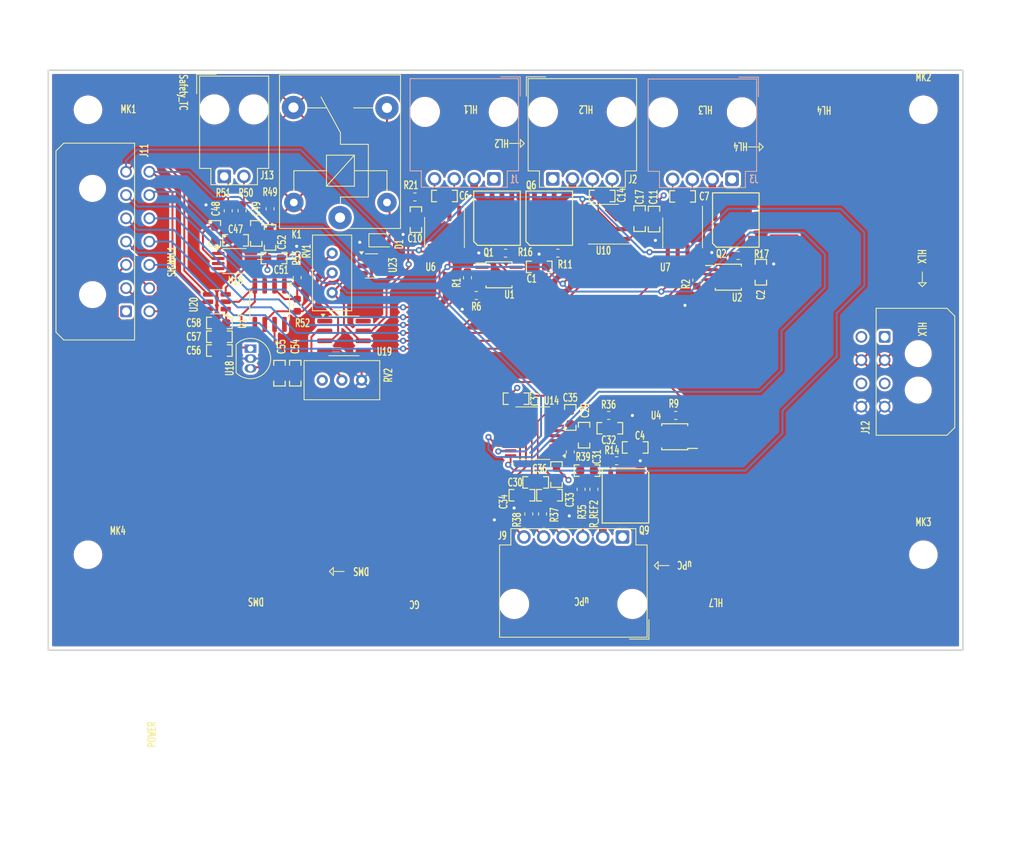
<source format=kicad_pcb>
(kicad_pcb (version 20241229) (generator "pcbnew") (generator_version "9.0")
  (layers (0 "F.Cu" jumper) (4 "In1.Cu" signal) (6 "In2.Cu" signal) (2 "B.Cu" signal) (13 "F.Paste" user) (15 "B.Paste" user) (5 "F.SilkS" user "F.Silkscreen") (7 "B.SilkS" user "B.Silkscreen") (1 "F.Mask" user) (3 "B.Mask" user) (25 "Edge.Cuts" user))
  (net 0 "")
  (net 1 "+12V")
  (net 2 "GNDREF")
  (net 3 "/TC1-")
  (net 4 "/TC1+")
  (net 5 "/TC3-")
  (net 6 "/TC3+")
  (net 7 "+3.3V")
  (net 8 "/TC2-")
  (net 9 "/TC2+")
  (net 10 "/RTD Readout/uPC_Ref_P")
  (net 11 "/RTD Readout/uPC_Ref_N")
  (net 12 "/RTD Readout/uPC_RTD_N")
  (net 13 "/RTD Readout/uPC_RTD_P")
  (net 14 "Net-(D1-A)")
  (net 15 "/MOSFET_HL1")
  (net 16 "/SAFETY_12V")
  (net 17 "/MOSFET_HL2")
  (net 18 "/MOSFET_HL3")
  (net 19 "+24V")
  (net 20 "/uPC_RTD-")
  (net 21 "/uPC_RTD--")
  (net 22 "/MOSFET_uPC")
  (net 23 "/uPC_RTD+")
  (net 24 "/uPC_RTD++")
  (net 25 "/HL1_PWM_IN")
  (net 26 "/HL2_PWM_IN")
  (net 27 "/HL3_PWM_IN")
  (net 28 "/HL3_CS")
  (net 29 "/SAFETY_CS")
  (net 30 "/HL2_CS")
  (net 31 "/HL1_CS")
  (net 32 "/Safet Cutoff/TC_SAFETY+")
  (net 33 "/Safet Cutoff/TC_SAFETY-")
  (net 34 "/uPC_PWM_IN")
  (net 35 "/MOSI_1")
  (net 36 "/MISO_1")
  (net 37 "/SCK_1")
  (net 38 "/uPC_RTD_DRDY")
  (net 39 "/uPC_RTD_CS")
  (net 40 "Net-(Q1-G)")
  (net 41 "Net-(Q2-G)")
  (net 42 "Net-(U1-OUT_B)")
  (net 43 "Net-(U1-OUT_A)")
  (net 44 "Net-(U2-OUT_A)")
  (net 45 "/Safet Cutoff/V_CUTOFF")
  (net 51 "Net-(K1-Pad3)")
  (net 56 "Net-(U23-G1)")
  (net 57 "Net-(Q9-G)")
  (net 64 "Net-(U16-SENSE)")
  (net 68 "Net-(U19-+)")
  (net 69 "Net-(U17--)")
  (net 70 "Net-(U14-N_Reset)")
  (net 71 "Net-(Q6-G)")
  (net 73 "Net-(U18-VO)")
  (net 74 "Net-(U16-+IN)")
  (net 75 "Net-(U16--IN)")
  (net 76 "Net-(U4-OUT_B)")
  (net 77 "Net-(U14-VREFOUT)")
  (net 80 "Net-(R52-Pad1)")
  (footprint "NYSEARCH:R_0603_1608Metric" (layer "F.Cu") (at 173.926638 72.809073)
    (property "Reference" "R17")
    (property "Value" "100")
  )
  (footprint "NYSEARCH:C_0603_1608Metric_HandSolder" (layer "F.Cu") (at 150.5114 101.052 -90)
    (property "Reference" "C36")
    (property "Value" "100n")
  )
  (footprint "NYSEARCH:R_0603_1608Metric" (layer "F.Cu") (at 150.685638 72.504323 180)
    (property "Reference" "R11")
    (property "Value" "100")
  )
  (footprint "NYSEARCH:R_0603_1608Metric" (layer "F.Cu") (at 132.270638 65.265323)
    (property "Reference" "R21")
    (property "Value" "10k")
  )
  (footprint "NYSEARCH:R_0603_1608Metric" (layer "F.Cu") (at 117.103638 75.662323 90)
    (property "Reference" "R53")
    (property "Value" "1k")
  )
  (footprint "NYSEARCH:R_0603_1608Metric" (layer "F.Cu") (at 158.2584 99.274)
    (property "Reference" "R14")
    (property "Value" "100")
  )
  (footprint "NYSEARCH:C_0603_1608Metric_HandSolder" (layer "F.Cu") (at 152.2894 93.686 -90)
    (property "Reference" "C35")
    (property "Value" "1u")
  )
  (footprint "NYSEARCH:C_0603_1608Metric_HandSolder" (layer "F.Cu") (at 148.2852 74.2696)
    (property "Reference" "C1")
    (property "Value" "1u")
  )
  (footprint "NYSEARCH:R_0603_1608Metric" (layer "F.Cu") (at 113.601638 66.789323 90)
    (property "Reference" "R49")
    (property "Value" "1M")
  )
  (footprint "Package_SO:SOIC-8_3.9x4.9mm_P1.27mm" (layer "F.Cu") (at 123.126638 83.172323)
    (property "Reference" "U19")
    (property "Value" "LMC6081")
  )
  (footprint "Package_TO_SOT_THT:TO-92_Inline" (layer "F.Cu") (at 111.082638 84.823323 -90)
    (property "Reference" "U18")
    (property "Value" "LP2950-3.3_TO92")
  )
  (footprint "NYSEARCH:PowerDI5060-8" (layer "F.Cu") (at 159.4014 103.803 180)
    (property "Reference" "Q9")
    (property "Value" "DMT6004LPS")
  )
  (footprint "NYSEARCH:C_0603_1608Metric_HandSolder" (layer "F.Cu") (at 156.400638 65.138323)
    (property "Reference" "C14")
    (property "Value" "10n")
  )
  (footprint "NYSEARCH:SO-8_Maxim" (layer "F.Cu") (at 166.763888 69.888073 -90)
    (property "Reference" "U7")
    (property "Value" "MAX31855")
  )
  (footprint "NYSEARCH:R_0603_1608Metric" (layer "F.Cu") (at 139.042638 75.679323 -90)
    (property "Reference" "R1")
    (property "Value" "4.7k")
  )
  (footprint "Diode_SMD:D_SOD-323" (layer "F.Cu") (at 127.952638 70.853323)
    (property "Reference" "D1")
    (property "Value" "BAT48JFILM")
  )
  (footprint "NYSEARCH:C_0603_1608Metric_HandSolder" (layer "F.Cu") (at 154.4484 100.544 180)
    (property "Reference" "C31")
    (property "Value" "10n")
  )
  (footprint "NYSEARCH:MSOP-8_3x3mm_P0.65mm_TI" (layer "F.Cu") (at 172.656638 75.603073)
    (property "Reference" "U2")
    (property "Value" "TC4427")
  )
  (footprint "NYSEARCH:Molex_SL_171975-0006_1x06_P2.54mm_Horizontal" (layer "F.Cu") (at 159.0204 109.099 180)
    (property "Reference" "J9")
    (property "Value" "uPC_RTD")
  )
  (footprint "NYSEARCH:C_0603_1608Metric_HandSolder" (layer "F.Cu") (at 163.080888 68.110073 -90)
    (property "Reference" "C11")
    (property "Value" "100n")
  )
  (footprint "NYSEARCH:PowerDI5060-8" (layer "F.Cu") (at 173.621888 68.234073)
    (property "Reference" "Q2")
    (property "Value" "DMT6004LPS")
  )
  (footprint "MountingHole:MountingHole_3.2mm_M3" (layer "F.Cu") (at 90.1408 111.387)
    (property "Reference" "MK4")
    (property "Value" "Mounting_Hole")
  )
  (footprint "NYSEARCH:SO-8_Maxim" (layer "F.Cu") (at 156.5656 68.771323 180)
    (property "Reference" "U10")
    (property "Value" "MAX31855")
  )
  (footprint "NYSEARCH:C_0603_1608Metric_HandSolder" (layer "F.Cu") (at 116.849638 87.981323 -90)
    (property "Reference" "C54")
    (property "Value" "10u")
  )
  (footprint "NYSEARCH:R_0603_1608Metric" (layer "F.Cu") (at 168.592638 75.984073 -90)
    (property "Reference" "R2")
    (property "Value" "4.7k")
  )
  (footprint "NYSEARCH:C_0603_1608Metric_HandSolder" (layer "F.Cu") (at 160.658562 97.559477 180)
    (property "Reference" "C4")
    (property "Value" "1u")
  )
  (footprint "NYSEARCH:C_0603_1608Metric_HandSolder" (layer "F.Cu") (at 111.823638 69.964323 90)
    (property "Reference" "C49")
    (property "Value" "10u")
  )
  (footprint "NYSEARCH:MSOP-8_3x3mm_P0.65mm_TI" (layer "F.Cu") (at 143.106638 75.298323)
    (property "Reference" "U1")
    (property "Value" "TC4427")
  )
  (footprint "Package_TO_SOT_SMD:SOT-23-6" (layer "F.Cu") (at 126.682638 74.155323)
    (property "Reference" "U23")
    (property "Value" "NUD3124")
  )
  (footprint "MountingHole:MountingHole_3.2mm_M3" (layer "F.Cu") (at 197.7936 54.022)
    (property "Reference" "MK2")
    (property "Value" "Mounting_Hole")
  )
  (footprint "NYSEARCH:R_0603_1608Metric" (layer "F.Cu") (at 117.103638 79.218323 90)
    (property "Reference" "R52")
    (property "Value" "9k")
  )
  (footprint "NYSEARCH:C_0603_1608Metric_HandSolder" (layer "F.Cu") (at 136.080638 65.138323 180)
    (property "Reference" "C6")
    (property "Value" "10n")
  )
  (footprint "NYSEARCH:PowerDI5060-8" (layer "F.Cu") (at 149.579638 68.000323)
    (property "Reference" "Q6")
    (property "Value" "DMT6004LPS")
  )
  (footprint "NYSEARCH:MSOP-8_3x3mm_P0.65mm_TI" (layer "F.Cu") (at 165.7514 96.18 180)
    (property "Reference" "U4")
    (property "Value" "TC4427")
  )
  (footprint "NYSEARCH:C_0603_1608Metric_HandSolder" (layer "F.Cu") (at 146.0524 103.719)
    (property "Reference" "C34")
    (property "Value" "10n")
  )
  (footprint "NYSEARCH:R_0603_1608Metric" (layer "F.Cu") (at 109.991638 67.026323 90)
    (property "Reference" "R50")
    (property "Value" "100")
  )
  (footprint "Connector_Molex:Molex_Micro-Fit_3.0_43045-1400_2x07_P3.00mm_Horizontal" (layer "F.Cu") (at 95.0468 80.0128 90)
    (property "Reference" "J11")
    (property "Value" "SIGNAL1")
  )
  (footprint "Potentiometer_THT:Potentiometer_Bourns_3296W_Vertical" (layer "F.Cu") (at 121.602638 77.594323 -90)
    (property "Reference" "RV1")
    (property "Value" "10k")
  )
  (footprint "NYSEARCH:PowerDI5060-8" (layer "F.Cu") (at 142.848638 68.000323)
    (property "Reference" "Q1")
    (property "Value" "DMT6004LPS")
  )
  (footprint "NYSEARCH:R_0603_1608Metric" (layer "F.Cu") (at 146.9414 106.132 -90)
    (property "Reference" "R38")
    (property "Value" "10.5k")
  )
  (footprint "NYSEARCH:Molex_SL_171975-0004_1x04_P2.54mm_Horizontal" (layer "F.Cu") (at 150.033638 62.933323)
    (property "Reference" "J2")
    (property "Value" "HL2")
  )
  (footprint "NYSEARCH:C_0603_1608Metric_HandSolder" (layer "F.Cu") (at 114.817638 87.981323 -90)
    (property "Reference" "C55")
    (property "Value" "10u")
  )
  (footprint "Package_SO:TSSOP-20_4.4x6.5mm_P0.65mm" (layer "F.Cu") (at 147.4634 95.718 180)
    (property "Reference" "U14")
    (property "Value" "ADS1247")
  )
  (footprint "Package_SO:SOIC-8_3.9x4.9mm_P1.27mm" (layer "F.Cu") (at 113.547638 79.218323 -90)
    (property "Reference" "U17")
    (property "Value" "LMC6081")
  )
  (footprint "NYSEARCH:C_0603_1608Metric_HandSolder" (layer "F.Cu") (at 132.397638 68.186323 90)
    (property "Reference" "C10")
    (property "Value" "100n")
  )
  (footprint "MountingHole:MountingHole_3.2mm_M3" (layer "F.Cu") (at 197.7936 111.387)
    (property "Reference" "MK3")
    (property "Value" "Mounting_Hole")
  )
  (footprint "NYSEARCH:R_0603_1608Metric" (layer "F.Cu") (at 165.8784 93.432 180)
    (property "Reference" "R9")
    (property "Value" "4.7k")
  )
  (footprint "NYSEARCH:Molex_SL_171975-0002_1x02_P2.54mm_Horizontal" (layer "F.Cu") (at 107.695638 62.609323)
    (property "Reference" "J13")
    (property "Value" "TC_SAFETY")
  )
  (footprint "NYSEARCH:C_0603_1608Metric_HandSolder" (layer "F.Cu") (at 145.3044 91.273)
    (property "Reference" "C37")
    (property "Value" "100n")
  )
  (footprint "NYSEARCH:C_0603_1608Metric_HandSolder" (layer "F.Cu") (at 176.847638 74.968073 90)
    (property "Reference" "C2")
    (property "Value" "1u")
  )
  (footprint "NYSEARCH:R_0603_1608Metric" (layer "F.Cu") (at 157.2424 93.432)
    (property "Reference" "R36")
    (property "Value" "9.53k")
  )
  (footprint "Connector_Molex:Molex_Micro-Fit_3.0_43045-0800_2x04_P3.00mm_Horizontal" (layer "F.Cu") (at 192.804 83.3 -90)
    (property "Reference" "J12")
    (property "Value" "POWER")
  )
  (footprint "Package_SO:MSOP-8_3x3mm_P0.65mm" (layer "F.Cu") (at 109.029638 73.520323)
    (property "Reference" "U16")
    (property "Value" "AD8497")
  )
  (footprint "NYSEARCH:SO-8_Maxim" (layer "F.Cu") (at 136.080638 69.837323 -90)
    (property "Reference" "U6")
    (property "Value" "MAX31855")
  )
  (footprint "Potentiometer_THT:Potentiometer_Bourns_3296W_Vertical" (layer "F.Cu") (at 120.322638 88.887323 180)
    (property "Reference" "RV2")
    (property "Value" "10k")
  )
  (footprint "NYSEARCH:C_0603_1608Metric_HandSolder" (layer "F.Cu") (at 161.226638 68.059323 -90)
    (property "Reference" "C17")
    (property "Value" "100n")
  )
  (footprint "NYSEARCH:C_0603_1608Metric_HandSolder" (layer "F.Cu") (at 106.489638 69.964323 -90)
    (property "Reference" "C48")
    (property "Value" "10u")
  )
  (footprint "MountingHole:MountingHole_3.2mm_M3" (layer "F.Cu") (at 90.1408 54.022)
    (property "Reference" "MK1")
    (property "Value" "Mounting_Hole")
  )
  (footprint "NYSEARCH:R_0603_1608Metric" (layer "F.Cu") (at 155.3374 102.957 90)
    (property "Reference" "R_REF2")
    (property "Value" "2k")
  )
  (footprint "Relay_THT:Relay_SPDT_SANYOU_SRD_Series_Form_C" (layer "F.Cu") (at 122.618638 67.923323 90)
    (property "Reference" "K1")
    (property "Value" "J107F1CS1212VDC.36")
  )
  (footprint "NYSEARCH:C_0603_1608Metric_HandSolder" (layer "F.Cu") (at 113.601638 70.472323 -90)
    (property "Reference" "C52")
    (property "Value" "10u")
  )
  (footprint "NYSEARCH:C_0603_1608Metric_HandSolder" (layer "F.Cu") (at 154.0674 95.972 90)
    (property "Reference" "C29")
    (property "Value" "100n")
  )
  (footprint "NYSEARCH:C_0603_1608Metric_HandSolder" (layer "F.Cu") (at 107.070638 85.060323)
    (property "Reference" "C56")
    (property "Value" "0.1u")
  )
  (footprint "NYSEARCH:C_0603_1608Metric_HandSolder" (layer "F.Cu") (at 149.6084 103.719 180)
    (property "Reference" "C33")
    (property "Value" "10n")
  )
  (footprint "Package_TO_SOT_SMD:SOT-23-6" (layer "F.Cu") (at 106.749138 78.771323 180)
    (property "Reference" "U20")
    (property "Value" "ADC121S021")
  )
  (footprint "NYSEARCH:C_0603_1608Metric_HandSolder" (layer "F.Cu") (at 166.763888 65.189073 180)
    (property "Reference" "C7")
    (property "Value" "10n")
  )
  (footprint "NYSEARCH:C_0603_1608Metric_HandSolder" (layer "F.Cu") (at 114.109638 73.139323 180)
    (property "Reference" "C51")
    (property "Value" "0.1u")
  )
  (footprint "NYSEARCH:C_0603_1608Metric_HandSolder" (layer "F.Cu") (at 147.8304 102.068 180)
    (property "Reference" "C30")
    (property "Value" "100n")
  )
  (footprint "NYSEARCH:R_0603_1608Metric" (layer "F.Cu") (at 148.7194 106.132 -90)
    (property "Reference" "R37")
    (property "Value" "10.5k")
  )
  (footprint "NYSEARCH:C_0603_1608Metric_HandSolder" (layer "F.Cu") (at 107.070638 81.504323)
    (property "Reference" "C58")
    (property "Value" "0.1u")
  )
  (footprint "NYSEARCH:C_0603_1608Metric_HandSolder" (layer "F.Cu") (at 109.156638 70.853323)
    (property "Reference" "C47")
    (property "Value" "10u")
  )
  (footprint "NYSEARCH:R_0603_1608Metric" (layer "F.Cu") (at 140.185638 77.965323 180)
    (property "Reference" "R6")
    (property "Value" "4.7k")
  )
  (footprint "NYSEARCH:C_0603_1608Metric_HandSolder" (layer "F.Cu") (at 157.3834 95.083)
    (property "Reference" "C32")
    (property "Value" "10n")
  )
  (footprint "NYSEARCH:C_0603_1608Metric_HandSolder" (layer "F.Cu") (at 107.070638 83.282323)
    (property "Reference" "C57")
    (property "Value" "0.1u")
  )
  (footprint "NYSEARCH:R_0603_1608Metric" (layer "F.Cu") (at 152.2894 98.131 90)
    (property "Reference" "R39")
    (property "Value" "10k")
  )
  (footprint "NYSEARCH:R_0603_1608Metric" (layer "F.Cu") (at 153.6864 102.957 -90)
    (property "Reference" "R35")
    (property "Value" "9.53k")
  )
  (footprint "NYSEARCH:R_0603_1608Metric" (layer "F.Cu") (at 108.213638 67.043323 -90)
    (property "Reference" "R51")
    (property "Value" "100")
  )
  (footprint "NYSEARCH:R_0603_1608Metric" (layer "F.Cu") (at 143.954638 72.504323)
    (property "Reference" "R16")
    (property "Value" "100")
  )
  (footprint "NYSEARCH:Molex_SL_171975-0004_1x04_P2.54mm_Horizontal" (layer "B.Cu") (at 173.130888 62.984073 180)
    (property "Reference" "J3")
    (property "Value" "HL3")
  )
  (footprint "NYSEARCH:Molex_SL_171975-0004_1x04_P2.54mm_Horizontal" (layer "B.Cu") (at 142.447638 62.933323 180)
    (property "Reference" "J1")
    (property "Value" "HL1")
  )
  (gr_line (start 146.367638 58.356523) (end 145.859638 58.864523) (stroke (width 0.12)) (layer "F.SilkS"))
  (gr_line (start 145.859638 58.864523) (end 145.859638 57.848523) (stroke (width 0.12)) (layer "F.SilkS"))
  (gr_line (start 121.7586 113.0408) (end 121.7586 114.0568) (stroke (width 0.12)) (layer "F.SilkS"))
  (gr_line (start 197.142238 76.314323) (end 198.158238 76.314323) (stroke (width 0.12)) (layer "F.SilkS"))
  (gr_line (start 197.650238 76.822323) (end 197.142238 76.314323) (stroke (width 0.12)) (layer "F.SilkS"))
  (gr_line (start 163.7448 112.7868) (end 165.0148 112.7868) (stroke (width 0.12)) (layer "F.SilkS"))
  (gr_line (start 197.650238 76.822323) (end 198.158238 76.314323) (stroke (width 0.12)) (layer "F.SilkS"))
  (gr_line (start 146.367638 58.356523) (end 145.859638 57.848523) (stroke (width 0.12)) (layer "F.SilkS"))
  (gr_line (start 121.2506 113.5488) (end 121.7586 113.0408) (stroke (width 0.12)) (layer "F.SilkS"))
  (gr_line (start 163.1098 112.7868) (end 163.6178 113.2948) (stroke (width 0.12)) (layer "F.SilkS"))
  (gr_line (start 145.732638 58.356523) (end 144.462638 58.356523) (stroke (width 0.12)) (layer "F.SilkS"))
  (gr_line (start 163.1098 112.7868) (end 163.6178 112.2788) (stroke (width 0.12)) (layer "F.SilkS"))
  (gr_line (start 163.6178 112.2788) (end 163.6178 113.2948) (stroke (width 0.12)) (layer "F.SilkS"))
  (gr_line (start 177.152438 58.813723) (end 176.644438 58.305723) (stroke (width 0.12)) (layer "F.SilkS"))
  (gr_line (start 176.517438 58.813723) (end 175.247438 58.813723) (stroke (width 0.12)) (layer "F.SilkS"))
  (gr_line (start 121.8856 113.5488) (end 123.1556 113.5488) (stroke (width 0.12)) (layer "F.SilkS"))
  (gr_line (start 176.644438 59.321723) (end 176.644438 58.305723) (stroke (width 0.12)) (layer "F.SilkS"))
  (gr_line (start 177.152438 58.813723) (end 176.644438 59.321723) (stroke (width 0.12)) (layer "F.SilkS"))
  (gr_line (start 197.650238 76.187323) (end 197.650238 74.917323) (stroke (width 0.12)) (layer "F.SilkS"))
  (gr_line (start 121.2506 113.5488) (end 121.7586 114.0568) (stroke (width 0.12)) (layer "F.SilkS"))
  (gr_rect (start 85.026638 48.915323) (end 202.882638 123.695322) (stroke (width 0.2)) (fill no) (layer "Edge.Cuts"))
  (gr_text "uPC" (at 154.804 116.8 180) (layer "F.SilkS") (effects (font (size 1 0.65) (thickness 0.153) (bold yes)) (justify left bottom)))
  (gr_text "HL4" (at 175.247438 58.153323 180) (layer "F.SilkS") (effects (font (size 1 0.65) (thickness 0.153) (bold yes)) (justify left bottom)))
  (gr_text "HLX" (at 196.989838 71.920123 -90) (layer "F.SilkS") (effects (font (size 1 0.65) (thickness 0.153) (bold yes)) (justify left bottom)))
  (gr_text "uPC" (at 168.0628 112.1264 180) (layer "F.SilkS") (effects (font (size 1 0.65) (thickness 0.153) (bold yes)) (justify left bottom)))
  (gr_text "POWER" (at 98.945838 136.334523 90) (layer "F.SilkS") (effects (font (size 1 0.65) (thickness 0.153) (bold yes)) (justify left bottom)))
  (gr_text "HL1" (at 140.449438 53.378123 180) (layer "F.SilkS") (effects (font (size 1 0.65) (thickness 0.153) (bold yes)) (justify left bottom)))
  (gr_text "HL2\n" (at 144.462638 57.746923 180) (layer "F.SilkS") (effects (font (size 1 0.65) (thickness 0.153) (bold yes)) (justify left bottom)))
  (gr_text "HL3" (at 170.726238 53.428923 180) (layer "F.SilkS") (effects (font (size 1 0.65) (thickness 0.153) (bold yes)) (justify left bottom)))
  (gr_text "HL4" (at 186.017038 53.479723 180) (layer "F.SilkS") (effects (font (size 1 0.65) (thickness 0.153) (bold yes)) (justify left bottom)))
  (gr_text "GC" (at 132.96 117.2064 180) (layer "F.SilkS") (effects (font (size 1 0.65) (thickness 0.153) (bold yes)) (justify left bottom)))
  (gr_text "SIGNAL1" (at 101.536638 75.679323 90) (layer "F.SilkS") (effects (font (size 1 0.65) (thickness 0.153) (bold yes)) (justify left bottom)))
  (gr_text "Safety_TC" (at 101.841438 49.364923 -90) (layer "F.SilkS") (effects (font (size 1 0.65) (thickness 0.153) (bold yes)) (justify left bottom)))
  (gr_text "DMS" (at 126.4576 112.9392 180) (layer "F.SilkS") (effects (font (size 1 0.65) (thickness 0.153) (bold yes)) (justify left bottom)))
  (gr_text "HLX" (at 197.040638 81.3 -90) (layer "F.SilkS") (effects (font (size 1 0.65) (thickness 0.153) (bold yes)) (justify left bottom)))
  (gr_text "HL7" (at 172.076 116.9524 180) (layer "F.SilkS") (effects (font (size 1 0.65) (thickness 0.153) (bold yes)) (justify left bottom)))
  (gr_text "HL2\n" (at 155.333838 53.378123 180) (layer "F.SilkS") (effects (font (size 1 0.65) (thickness 0.153) (bold yes)) (justify left bottom)))
  (gr_text "DMS" (at 112.894 116.8508 180) (layer "F.SilkS") (effects (font (size 1 0.65) (thickness 0.153) (bold yes)) (justify left bottom)))
  (segment (start 174.856638 75.928073) (end 176.762638 75.928073) (width 0.25) (layer "F.Cu") (net 1))
  (segment (start 161.533562 97.559477) (end 161.533562 96.782838) (width 0.25) (layer "F.Cu") (net 1))
  (segment (start 162.4614 95.855) (end 163.5514 95.855) (width 0.25) (layer "F.Cu") (net 1))
  (segment (start 147.4102 74.609761) (end 146.396638 75.623323) (width 0.25) (layer "F.Cu") (net 1))
  (segment (start 161.533562 96.782838) (end 162.4614 95.855) (width 0.25) (layer "F.Cu") (net 1))
  (segment (start 146.396638 75.623323) (end 145.306638 75.623323) (width 0.25) (layer "F.Cu") (net 1))
  (segment (start 172.986888 70.904073) (end 171.716888 70.904073) (width 0.25) (layer "F.Cu") (net 2))
  (segment (start 161.226638 69.329323) (end 159.879638 70.676323) (width 0.25) (layer "F.Cu") (net 2))
  (segment (start 110.807638 83.553323) (end 111.737638 83.553323) (width 0.25) (layer "F.Cu") (net 2))
  (segment (start 150.4834 103.719) (end 150.4834 104.707) (width 0.25) (layer "F.Cu") (net 2))
  (segment (start 146.1794 91.273) (end 146.5604 90.892) (width 0.25) (layer "F.Cu") (net 2))
  (segment (start 139.886138 75.623323) (end 139.042638 76.466823) (width 0.25) (layer "F.Cu") (net 2))
  (segment (start 143.483638 70.670323) (end 142.213638 70.670323) (width 0.25) (layer "F.Cu") (net 2))
  (segment (start 165.0909 94.0845) (end 166.8614 95.855) (width 0.25) (layer "F.Cu") (net 2))
  (segment (start 149.1602 73.518885) (end 148.272638 72.631323) (width 0.25) (layer "F.Cu") (net 2))
  (segment (start 140.943638 70.670323) (end 137.985638 67.712323) (width 0.25) (layer "F.Cu") (net 2))
  (segment (start 168.948138 77.127073) (end 168.592638 76.771573) (width 0.25) (layer "F.Cu") (net 2))
  (segment (start 150.3259 94.093) (end 151.2474 94.093) (width 0.25) (layer "F.Cu") (net 2))
  (segment (start 158.2584 95.083) (end 155.3234 98.018) (width 0.25) (layer "F.Cu") (net 2))
  (segment (start 112.712638 85.585323) (end 112.204638 86.093323) (width 0.25) (layer "F.Cu") (net 2))
  (segment (start 106.195638 83.282323) (end 106.195638 85.060323) (width 0.25) (layer "F.Cu") (net 2))
  (segment (start 147.674638 70.670323) (end 147.674638 72.033323) (width 0.25) (layer "F.Cu") (net 2))
  (segment (start 111.737638 83.553323) (end 112.712638 84.528323) (width 0.25) (layer "F.Cu") (net 2))
  (segment (start 104.951638 69.865323) (end 104.951638 71.993364) (width 0.25) (layer "F.Cu") (net 2))
  (segment (start 106.489638 69.089323) (end 106.489638 67.424323) (width 0.25) (layer "F.Cu") (net 2))
  (segment (start 139.398138 77.965323) (end 139.398138 78.711823) (width 0.25) (layer "F.Cu") (net 2))
  (segment (start 170.523038 72.097923) (end 170.523038 72.428123) (width 0.25) (layer "F.Cu") (net 2))
  (segment (start 161.3064 99.274) (end 161.3064 101.133) (width 0.25) (layer "F.Cu") (net 2))
  (segment (start 114.095638 70.091323) (end 115.506638 70.091323) (width 0.25) (layer "F.Cu") (net 2))
  (segment (start 149.1602 74.2696) (end 149.1602 73.518885) (width 0.25) (layer "F.Cu") (net 2))
  (segment (start 120.651638 85.077323) (end 122.618638 85.077323) (width 0.25) (layer "F.Cu") (net 2))
  (segment (start 160.0364 101.133) (end 158.7664 101.133) (width 0.25) (layer "F.Cu") (net 2))
  (segment (start 123.624637 90.665323) (end 118.658638 90.665323) (width 0.25) (layer "F.Cu") (net 2))
  (segment (start 150.5114 101.927) (end 148.8604 100.276) (width 0.25) (layer "F.Cu") (net 2))
  (segment (start 123.64698 90.64298) (end 123.624638 90.665323) (width 0.25) (layer "F.Cu") (net 2))
  (segment (start 148.8604 98.512) (end 149.3794 97.993) (width 0.25) (layer "F.Cu") (net 2))
  (segment (start 132.397638 67.311323) (end 130.746638 68.962323) (width 0.25) (layer "F.Cu") (net 2))
  (segment (start 166.8614 95.855) (end 167.9514 95.855) (width 0.25) (layer "F.Cu") (net 2))
  (segment (start 142.6628 106.7416) (end 142.5104 106.894) (width 0.25) (layer "F.Cu") (net 2))
  (segment (start 112.204638 86.093323) (end 111.082638 86.093323) (width 0.25) (layer "F.Cu") (net 2))
  (segment (start 139.398138 78.711823) (end 138.366638 79.743323) (width 0.25) (layer "F.Cu") (net 2))
  (segment (start 125.545138 71.493823) (end 125.158638 71.107323) (width 0.25) (layer "F.Cu") (net 2))
  (segment (start 163.080888 68.985073) (end 163.080888 70.675573) (width 0.25) (layer "F.Cu") (net 2))
  (segment (start 140.943638 72.035523) (end 140.943638 70.670323) (width 0.25) (layer "F.Cu") (net 2))
  (segment (start 115.506638 73.139323) (end 117.030638 71.615323) (width 0.25) (layer "F.Cu") (net 2))
  (segment (start 174.256888 70.904073) (end 172.986888 70.904073) (width 0.25) (layer "F.Cu") (net 2))
  (segment (start 125.545138 73.205323) (end 125.545138 71.493823) (width 0.25) (layer "F.Cu") (net 2))
  (segment (start 104.951638 71.993364) (end 106.153597 73.195323) (width 0.25) (layer "F.Cu") (net 2))
  (segment (start 113.601638 69.597323) (end 114.095638 70.091323) (width 0.25) (layer "F.Cu") (net 2))
  (segment (start 106.153597 73.195323) (end 106.917138 73.195323) (width 0.25) (layer "F.Cu") (net 2))
  (segment (start 125.402638 88.887323) (end 123.64698 90.64298) (width 0.25) (layer "F.Cu") (net 2))
  (segment (start 107.228638 86.093323) (end 106.195638 85.060323) (width 0.25) (layer "F.Cu") (net 2))
  (segment (start 106.917138 73.195323) (end 106.917138 73.845323) (width 0.25) (layer "F.Cu") (net 2))
  (segment (start 106.489638 67.424323) (end 105.346638 66.281323) (width 0.25) (layer "F.Cu") (net 2))
  (segment (start 168.033888 78.270073) (end 167.068638 79.235323) (width 0.25) (layer "F.Cu") (net 2))
  (segment (start 140.906638 75.623323) (end 139.886138 75.623323) (width 0.25) (layer "F.Cu") (net 2))
  (segment (start 168.948138 78.270073) (end 168.948138 77.127073) (width 0.25) (layer "F.Cu") (net 2))
  (segment (start 140.500238 72.478923) (end 140.943638 72.035523) (width 0.25) (layer "F.Cu") (net 2))
  (segment (start 145.8124 99.782) (end 142.8038 102.7906) (width 0.25) (layer "F.Cu") (net 2))
  (segment (start 147.674638 72.033323) (end 148.272638 72.631323) (width 0.25) (layer "F.Cu") (net 2))
  (segment (start 118.658638 90.665323) (end 116.849638 88.856323) (width 0.25) (layer "F.Cu") (net 2))
  (segment (start 171.716888 70.904073) (end 170.523038 72.097923) (width 0.25) (layer "F.Cu") (net 2))
  (segment (start 117.103638 71.688323) (end 117.030638 71.615323) (width 0.25) (layer "F.Cu") (net 2))
  (segment (start 170.456638 75.928073) (end 169.436138 75.928073) (width 0.25) (layer "F.Cu") (net 2))
  (segment (start 105.727638 69.089323) (end 104.951638 69.865323) (width 0.25) (layer "F.Cu") (net 2))
  (segment (start 111.642638 76.743323) (end 111.642638 78.781323) (width 0.25) (layer "F.Cu") (net 2))
  (segment (start 159.783562 97.751162) (end 161.3064 99.274) (width 0.25) (layer "F.Cu") (net 2))
  (segment (start 163.258638 70.853323) (end 165.605641 70.853323) (width 0.25) (layer "F.Cu") (net 2))
  (segment (start 106.195638 81.504323) (end 106.195638 83.282323) (width 0.25) (layer "F.Cu") (net 2))
  (segment (start 165.0909 93.432) (end 165.0909 94.0845) (width 0.25) (layer "F.Cu") (net 2))
  (segment (start 111.642638 78.781323) (end 109.918638 80.505323) (width 0.25) (layer "F.Cu") (net 2))
  (segment (start 152.2894 92.811) (end 152.9384 92.162) (width 0.25) (layer "F.Cu") (net 2))
  (segment (start 139.042638 77.609823) (end 139.398138 77.965323) (width 0.25) (layer "F.Cu") (net 2))
  (segment (start 123.64698 90.64298) (end 123.624637 90.665323) (width 0.25) (layer "F.Cu") (net 2))
  (segment (start 122.618638 85.077323) (end 125.402638 87.861323) (width 0.25) (layer "F.Cu") (net 2))
  (segment (start 142.8038 102.7906) (end 142.6628 102.7906) (width 0.25) (layer "F.Cu") (net 2))
  (segment (start 111.642638 76.743323) (end 109.614638 78.771323) (width 0.25) (layer "F.Cu") (net 2))
  (segment (start 113.601638 69.597323) (end 112.331638 69.597323) (width 0.25) (layer "F.Cu") (net 2))
  (segment (start 133.058138 66.650823) (end 132.397638 67.311323) (width 0.25) (layer "F.Cu") (net 2))
  (segment (start 150.3259 97.343) (end 150.3259 97.993) (width 0.25) (layer "F.Cu") (net 2))
  (segment (start 109.918638 82.664323) (end 110.807638 83.553323) (width 0.25) (layer "F.Cu") (net 2))
  (segment (start 165.0909 93.432) (end 160.2904 93.432) (width 0.25) (layer "F.Cu") (net 2))
  (segment (start 158.0299 93.432) (end 158.0299 94.8545) (width 0.25) (layer "F.Cu") (net 2))
  (segment (start 155.3234 98.018) (end 155.3234 100.544) (width 0.25) (layer "F.Cu") (net 2))
  (segment (start 115.506638 70.091323) (end 117.030638 71.615323) (width 0.25) (layer "F.Cu") (net 2))
  (segment (start 169.436138 75.928073) (end 168.592638 76.771573) (width 0.25) (layer "F.Cu") (net 2))
  (segment (start 148.8604 100.276) (end 148.8604 98.512) (width 0.25) (layer "F.Cu") (net 2))
  (segment (start 160.2904 93.432) (end 158.0299 93.432) (width 0.25) (layer "F.Cu") (net 2))
  (segment (start 139.042638 76.466823) (end 139.042638 77.609823) (width 0.25) (layer "F.Cu") (net 2))
  (segment (start 146.5604 90.892) (end 150.3704 90.892) (width 0.25) (layer "F.Cu") (net 2))
  (segment (start 109.918638 80.505323) (end 109.918638 82.664323) (width 0.25) (layer "F.Cu") (net 2))
  (segment (start 144.6009 94.093) (end 145.289441 94.093) (width 0.25) (layer "F.Cu") (net 2))
  (segment (start 125.402638 87.861323) (end 125.402638 88.887323) (width 0.25) (layer "F.Cu") (net 2))
  (segment (start 109.614638 78.771323) (end 107.886638 78.771323) (width 0.25) (layer "F.Cu") (net 2))
  (segment (start 150.214638 70.670323) (end 148.944638 70.670323) (width 0.25) (layer "F.Cu") (net 2))
  (segment (start 155.3234 100.544) (end 155.3234 102.1555) (width 0.25) (layer "F.Cu") (net 2))
  (segment (start 149.3794 97.993) (end 150.3259 97.993) (width 0.25) (layer "F.Cu") (net 2))
  (segment (start 112.712638 84.528323) (end 112.712638 85.585323) (width 0.25) (layer "F.Cu") (net 2))
  (segment (start 112.331638 69.597323) (end 111.823638 69.089323) (width 0.25) (layer "F.Cu") (net 2))
  (segment (start 145.8124 94.615959) (end 145.8124 99.782) (width 0.25) (layer "F.Cu") (net 2))
  (segment (start 161.3064 101.133) (end 160.0364 101.133) (width 0.25) (layer "F.Cu") (net 2))
  (segment (start 142.213638 70.670323) (end 140.943638 70.670323) (width 0.25) (layer "F.Cu") (net 2))
  (segment (start 150.3704 90.892) (end 152.2894 92.811) (width 0.25) (layer "F.Cu") (net 2))
  (segment (start 168.948138 78.270073) (end 168.033888 78.270073) (width 0.25) (layer "F.Cu") (net 2))
  (segment (start 130.746638 68.962323) (end 130.746638 70.091323) (width 0.25) (layer "F.Cu") (net 2))
  (segment (start 145.289441 94.093) (end 145.8124 94.615959) (width 0.25) (layer "F.Cu") (net 2))
  (segment (start 145.1774 105.243) (end 145.0504 105.37) (width 0.25) (layer "F.Cu") (net 2))
  (segment (start 178.498638 73.901323) (end 177.039388 73.901323) (width 0.25) (layer "F.Cu") (net 2))
  (segment (start 165.605641 70.853323) (end 168.668888 67.790076) (width 0.25) (layer "F.Cu") (net 2))
  (segment (start 161.226638 68.934323) (end 163.030138 68.934323) (width 0.25) (layer "F.Cu") (net 2))
  (segment (start 148.944638 70.670323) (end 147.674638 70.670323) (width 0.25) (layer "F.Cu") (net 2))
  (segment (start 133.058138 65.265323) (end 133.058138 66.650823) (width 0.25) (layer "F.Cu") (net 2))
  (segment (start 150.5114 101.927) (end 150.5114 103.691) (width 0.25) (layer "F.Cu") (net 2))
  (segment (start 106.489638 69.089323) (end 105.727638 69.089323) (width 0.25) (layer "F.Cu") (net 2))
  (segment (start 163.080888 70.675573) (end 163.258638 70.853323) (width 0.25) (layer "F.Cu") (net 2))
  (segment (start 156.7599 92.162) (end 158.0299 93.432) (width 0.25) (layer "F.Cu") (net 2))
  (segment (start 150.4834 104.707) (end 152.1624 106.386) (width 0.25) (layer "F.Cu") (net 2))
  (segment (start 151.2474 94.093) (end 152.2894 93.051) (width 0.25) (layer "F.Cu") (net 2))
  (segment (start 142.6628 102.7906) (end 142.6628 106.7416) (width 0.25) (layer "F.Cu") (net 2))
  (segment (start 116.849638 88.856323) (end 114.817638 88.856323) (width 0.25) (layer "F.Cu") (net 2))
  (segment (start 111.082638 86.093323) (end 107.228638 86.093323) (width 0.25) (layer "F.Cu") (net 2))
  (segment (start 145.1774 103.719) (end 145.1774 105.243) (width 0.25) (layer "F.Cu") (net 2))
  (segment (start 152.9384 92.162) (end 156.7599 92.162) (width 0.25) (layer "F.Cu") (net 2))
  (segment (start 114.984638 73.139323) (end 115.506638 73.139323) (width 0.25) (layer "F.Cu") (net 2))
  (segment (start 117.103638 74.874823) (end 117.103638 71.688323) (width 0.25) (layer "F.Cu") (net 2))
  (segment (start 113.601638 67.576823) (end 113.601638 69.597323) (width 0.25) (layer "F.Cu") (net 2))
  (via (at 163.258638 70.853323) (size 0.8) (drill 0.4) (layers "F.Cu" "B.Cu") (net 2))
  (via (at 117.030638 71.615323) (size 0.8) (drill 0.4) (layers "F.Cu" "B.Cu") (net 2))
  (via (at 152.1624 106.386) (size 0.8) (drill 0.4) (layers "F.Cu" "B.Cu") (net 2))
  (via (at 167.068638 79.235323) (size 0.8) (drill 0.4) (layers "F.Cu" "B.Cu") (net 2))
  (via (at 140.500238 72.478923) (size 0.8) (drill 0.4) (layers "F.Cu" "B.Cu") (net 2))
  (via (at 145.0504 105.37) (size 0.8) (drill 0.4) (layers "F.Cu" "B.Cu") (net 2))
  (via (at 178.498638 73.901323) (size 0.8) (drill 0.4) (layers "F.Cu" "B.Cu") (net 2))
  (via (at 142.5104 106.894) (size 0.8) (drill 0.4) (layers "F.Cu" "B.Cu") (net 2))
  (via (at 161.3064 99.274) (size 0.8) (drill 0.4) (layers "F.Cu" "B.Cu") (net 2))
  (via (at 125.158638 71.107323) (size 0.8) (drill 0.4) (layers "F.Cu" "B.Cu") (net 2))
  (via (at 170.523038 72.428123) (size 0.8) (drill 0.4) (layers "F.Cu" "B.Cu") (net 2))
  (via (at 138.366638 79.743323) (size 0.8) (drill 0.4) (layers "F.Cu" "B.Cu") (net 2))
  (via (at 105.346638 66.281323) (size 0.8) (drill 0.4) (layers "F.Cu" "B.Cu") (net 2))
  (via (at 160.2904 93.432) (size 0.8) (drill 0.4) (layers "F.Cu" "B.Cu") (net 2))
  (via (at 148.272638 72.631323) (size 0.8) (drill 0.4) (layers "F.Cu" "B.Cu") (net 2))
  (via (at 130.746638 70.091323) (size 0.8) (drill 0.4) (layers "F.Cu" "B.Cu") (net 2))
  (segment (start 136.955638 65.138323) (end 137.337638 64.756323) (width 0.2) (layer "F.Cu") (net 3))
  (segment (start 136.715638 67.372323) (end 136.715638 65.378323) (width 0.2) (layer "F.Cu") (net 3))
  (segment (start 137.337638 64.756323) (end 137.337638 62.933323) (width 0.2) (layer "F.Cu") (net 3))
  (segment (start 135.445638 67.372323) (end 135.445638 65.378323) (width 0.2) (layer "F.Cu") (net 4))
  (segment (start 134.797638 64.730323) (end 134.797638 62.933323) (width 0.2) (layer "F.Cu") (net 4))
  (segment (start 135.205638 65.138323) (end 134.797638 64.730323) (width 0.2) (layer "F.Cu") (net 4))
  (segment (start 168.020888 64.807073) (end 168.020888 62.984073) (width 0.2) (layer "F.Cu") (net 5))
  (segment (start 167.398888 67.423073) (end 167.398888 65.429073) (width 0.2) (layer "F.Cu") (net 5))
  (segment (start 167.638888 65.189073) (end 168.020888 64.807073) (width 0.2) (layer "F.Cu") (net 5))
  (segment (start 166.128888 67.423073) (end 166.128888 65.429073) (width 0.2) (layer "F.Cu") (net 6))
  (segment (start 165.888888 65.189073) (end 165.480888 64.781073) (width 0.2) (layer "F.Cu") (net 6))
  (segment (start 165.480888 64.781073) (end 165.480888 62.984073) (width 0.2) (layer "F.Cu") (net 6))
  (segment (start 159.119638 66.866323) (end 160.908638 66.866323) (width 0.25) (layer "F.Cu") (net 7))
  (segment (start 126.682638 82.537323) (end 128.613038 80.606923) (width 0.25) (layer "F.Cu") (net 7))
  (segment (start 150.5114 100.177) (end 150.5114 98.8285) (width 0.25) (layer "F.Cu") (net 7))
  (segment (start 113.234638 73.139323) (end 113.234638 74.626523) (width 0.25) (layer "F.Cu") (net 7))
  (segment (start 150.5114 98.8285) (end 150.3259 98.643) (width 0.25) (layer "F.Cu") (net 7))
  (segment (start 143.3994 94.230041) (end 143.3994 92.303) (width 0.25) (layer "F.Cu") (net 7))
  (segment (start 114.182638 81.693323) (end 114.182638 86.471323) (width 0.25) (layer "F.Cu") (net 7))
  (segment (start 113.234638 71.714323) (end 113.601638 71.347323) (width 0.25) (layer "F.Cu") (net 7))
  (segment (start 125.601638 82.537323) (end 126.682638 82.537323) (width 0.25) (layer "F.Cu") (net 7))
  (segment (start 161.226638 67.184323) (end 163.030138 67.184323) (width 0.25) (layer "F.Cu") (net 7))
  (segment (start 131.407038 71.716923) (end 131.407038 73.901323) (width 0.25) (layer "F.Cu") (net 7))
  (segment (start 114.182638 86.471323) (end 114.817638 87.106323) (width 0.25) (layer "F.Cu") (net 7))
  (segment (start 128.613038 80.606923) (end 128.613038 77.203323) (width 0.25) (layer "F.Cu") (net 7))
  (segment (start 128.613038 77.203323) (end 131.457838 74.358523) (width 0.25) (layer "F.Cu") (net 7))
  (segment (start 113.234638 73.139323) (end 111.198138 73.139323) (width 0.25) (layer "F.Cu") (net 7))
  (segment (start 131.457838 74.358523) (end 131.457838 73.952123) (width 0.25) (layer "F.Cu") (net 7))
  (segment (start 143.912359 94.743) (end 143.3994 94.230041) (width 0.25) (layer "F.Cu") (net 7))
  (segment (start 114.817638 87.106323) (end 116.849638 87.106323) (width 0.25) (layer "F.Cu") (net 7))
  (segment (start 131.407038 73.901323) (end 131.457838 73.952123) (width 0.25) (layer "F.Cu") (net 7))
  (segment (start 163.080888 66.306673) (end 164.325438 65.062123) (width 0.25) (layer "F.Cu") (net 7))
  (segment (start 143.3994 92.303) (end 144.4294 91.273) (width 0.25) (layer "F.Cu") (net 7))
  (segment (start 150.6014 98.9185) (end 150.3259 98.643) (width 0.25) (layer "F.Cu") (net 7))
  (segment (start 163.080888 67.235073) (end 163.080888 66.306673) (width 0.25) (layer "F.Cu") (net 7))
  (segment (start 132.053638 71.070323) (end 131.407038 71.716923) (width 0.25) (layer "F.Cu") (net 7))
  (segment (start 134.086638 67.372323) (end 132.397638 69.061323) (width 0.25) (layer "F.Cu") (net 7))
  (segment (start 113.234638 73.139323) (end 113.234638 71.714323) (width 0.25) (layer "F.Cu") (net 7))
  (segment (start 132.397638 69.061323) (end 132.053638 69.405323) (width 0.25) (layer "F.Cu") (net 7))
  (segment (start 164.858888 67.423073) (end 163.268888 67.423073) (width 0.25) (layer "F.Cu") (net 7))
  (segment (start 144.6009 95.393) (end 144.6009 94.743) (width 0.25) (layer "F.Cu") (net 7))
  (segment (start 110.901638 87.219323) (end 114.704638 87.219323) (width 0.25) (layer "F.Cu") (net 7))
  (segment (start 144.4294 90.9034) (end 145.4568 89.876) (width 0.25) (layer "F.Cu") (net 7))
  (segment (start 132.053638 69.405323) (end 132.053638 71.070323) (width 0.25) (layer "F.Cu") (net 7))
  (segment (start 150.5114 100.2138) (end 152.0608 101.7632) (width 0.25) (layer "F.Cu") (net 7))
  (segment (start 144.6009 94.743) (end 143.912359 94.743) (width 0.25) (layer "F.Cu") (net 7))
  (segment (start 113.234638 74.626523) (end 113.271438 74.663323) (width 0.25) (layer "F.Cu") (net 7))
  (segment (start 144.4294 91.273) (end 144.4294 90.9034) (width 0.25) (layer "F.Cu") (net 7))
  (segment (start 152.2894 98.9185) (end 150.6014 98.9185) (width 0.25) (layer "F.Cu") (net 7))
  (via (at 113.271438 74.663323) (size 0.8) (drill 0.4) (layers "F.Cu" "B.Cu") (net 7))
  (via (at 145.4568 89.876) (size 0.8) (drill 0.4) (layers "F.Cu" "B.Cu") (net 7))
  (via (at 131.457838 73.952123) (size 0.8) (drill 0.4) (layers "F.Cu" "B.Cu") (net 7))
  (via (at 152.0608 101.7632) (size 0.8) (drill 0.4) (layers "F.Cu" "B.Cu") (net 7))
  (via (at 164.325438 65.062123) (size 0.8) (drill 0.4) (layers "F.Cu" "B.Cu") (net 7))
  (segment (start 155.143638 64.756323) (end 155.143638 62.933323) (width 0.2) (layer "F.Cu") (net 8))
  (segment (start 155.525638 65.138323) (end 155.143638 64.756323) (width 0.2) (layer "F.Cu") (net 8))
  (segment (start 158.255638 69.406323) (end 155.892638 67.043323) (width 0.2) (layer "F.Cu") (net 8))
  (segment (start 155.892638 65.505323) (end 155.525638 65.138323) (width 0.2) (layer "F.Cu") (net 8))
  (segment (start 155.892638 67.043323) (end 155.892638 65.505323) (width 0.2) (layer "F.Cu") (net 8))
  (segment (start 157.683638 64.730323) (end 157.683638 62.933323) (width 0.2) (layer "F.Cu") (net 9))
  (segment (start 156.891638 66.993323) (end 156.891638 65.522323) (width 0.2) (layer "F.Cu") (net 9))
  (segment (start 158.034638 68.136323) (end 156.891638 66.993323) (width 0.2) (layer "F.Cu") (net 9))
  (segment (start 156.891638 65.522323) (end 157.275638 65.138323) (width 0.2) (layer "F.Cu") (net 9))
  (segment (start 157.275638 65.138323) (end 157.683638 64.730323) (width 0.2) (layer "F.Cu") (net 9))
  (segment (start 159.0306 68.136323) (end 158.034638 68.136323) (width 0.2) (layer "F.Cu") (net 9))
  (segment (start 153.5734 100.544) (end 153.5734 97.341) (width 0.2) (layer "F.Cu") (net 10))
  (segment (start 153.2634 96.043) (end 150.3259 96.043) (width 0.2) (layer "F.Cu") (net 10))
  (segment (start 153.6864 102.1695) (end 153.6864 100.657) (width 0.2) (layer "F.Cu") (net 10))
  (segment (start 153.5734 97.341) (end 154.0674 96.847) (width 0.2) (layer "F.Cu") (net 10))
  (segment (start 154.0674 96.847) (end 153.2634 96.043) (width 0.2) (layer "F.Cu") (net 10))
  (segment (start 153.7714 95.393) (end 150.3259 95.393) (width 0.2) (layer "F.Cu") (net 11))
  (segment (start 154.0674 95.097) (end 156.4944 95.097) (width 0.2) (layer "F.Cu") (net 11))
  (segment (start 156.4549 93.432) (end 156.4549 95.0295) (width 0.2) (layer "F.Cu") (net 11))
  (segment (start 148.7194 105.3445) (end 148.7194 103.733) (width 0.2) (layer "F.Cu") (net 12))
  (segment (start 148.0984 94.197) (end 149.5024 92.793) (width 0.2) (layer "F.Cu") (net 12))
  (segment (start 148.0984 101.461) (end 148.0984 94.197) (width 0.2) (layer "F.Cu") (net 12))
  (segment (start 149.5024 92.793) (end 150.3259 92.793) (width 0.2) (layer "F.Cu") (net 12))
  (segment (start 148.7054 102.068) (end 148.0984 101.461) (width 0.2) (layer "F.Cu") (net 12))
  (segment (start 148.7334 103.719) (end 148.7334 102.096) (width 0.2) (layer "F.Cu") (net 12))
  (segment (start 147.3364 94.064) (end 146.0654 92.793) (width 0.2) (layer "F.Cu") (net 13))
  (segment (start 147.3364 101.687) (end 147.3364 94.064) (width 0.2) (layer "F.Cu") (net 13))
  (segment (start 146.0654 92.793) (end 144.6009 92.793) (width 0.2) (layer "F.Cu") (net 13))
  (segment (start 146.9554 102.068) (end 147.3364 101.687) (width 0.2) (layer "F.Cu") (net 13))
  (segment (start 146.9414 105.3445) (end 146.9414 103.733) (width 0.2) (layer "F.Cu") (net 13))
  (segment (start 146.9274 103.719) (end 146.9274 102.096) (width 0.2) (layer "F.Cu") (net 13))
  (segment (start 129.002638 70.853323) (end 129.002638 72.022823) (width 0.25) (layer "F.Cu") (net 14))
  (segment (start 129.002638 72.022823) (end 127.820138 73.205323) (width 0.25) (layer "F.Cu") (net 14))
  (segment (start 129.002638 66.307323) (end 129.002638 70.853323) (width 0.25) (layer "F.Cu") (net 14))
  (segment (start 142.463638 67.170323) (end 139.907638 64.614323) (width 1) (layer "F.Cu") (net 15))
  (segment (start 139.907638 64.614323) (end 139.907638 62.933323) (width 1) (layer "F.Cu") (net 15))
  (segment (start 149.669638 67.170323) (end 152.573638 64.266323) (width 1) (layer "F.Cu") (net 17))
  (segment (start 152.573638 64.266323) (end 152.573638 62.933323) (width 1) (layer "F.Cu") (net 17))
  (segment (start 173.711888 67.404073) (end 170.590888 64.283073) (width 1) (layer "F.Cu") (net 18))
  (segment (start 170.590888 64.283073) (end 170.590888 62.984073) (width 1) (layer "F.Cu") (net 18))
  (segment (start 149.1909 106.9195) (end 151.3704 109.099) (width 0.2) (layer "F.Cu") (net 20))
  (segment (start 148.7194 106.9195) (end 149.1909 106.9195) (width 0.2) (layer "F.Cu") (net 20))
  (segment (start 155.3374 103.7445) (end 153.6864 103.7445) (width 0.25) (layer "F.Cu") (net 21))
  (segment (start 153.9104 103.9685) (end 153.9104 109.099) (width 0.25) (layer "F.Cu") (net 21))
  (segment (start 159.3114 104.633) (end 156.4804 107.464) (width 1) (layer "F.Cu") (net 22))
  (segment (start 156.4804 107.464) (end 156.4804 109.099) (width 1) (layer "F.Cu") (net 22))
  (segment (start 146.9414 107.18) (end 148.8604 109.099) (width 0.2) (layer "F.Cu") (net 23))
  (segment (start 143.7834 106.562) (end 146.3204 109.099) (width 0.25) (layer "F.Cu") (net 24))
  (segment (start 144.6009 93.443) (end 145.8264 93.443) (width 0.25) (layer "F.Cu") (net 24))
  (segment (start 145.8264 93.443) (end 146.5744 94.191) (width 0.25) (layer "F.Cu") (net 24))
  (segment (start 146.5744 100.039) (end 143.7834 102.83) (width 0.25) (layer "F.Cu") (net 24))
  (segment (start 143.7834 102.83) (end 143.7834 106.562) (width 0.25) (layer "F.Cu") (net 24))
  (segment (start 146.5744 94.191) (end 146.5744 100.039) (width 0.25) (layer "F.Cu") (net 24))
  (segment (start 137.604638 78.219323) (end 137.604638 75.933323) (width 0.25) (layer "F.Cu") (net 25))
  (segment (start 130.746638 80.759323) (end 135.064638 80.759323) (width 0.25) (layer "F.Cu") (net 25))
  (segment (start 140.906638 74.973323) (end 139.124138 74.973323) (width 0.25) (layer "F.Cu") (net 25))
  (segment (start 135.064638 80.759323) (end 137.604638 78.219323) (width 0.25) (layer "F.Cu") (net 25))
  (segment (start 137.604638 75.933323) (end 138.646138 74.891823) (width 0.25) (layer "F.Cu") (net 25))
  (segment (start 138.646138 74.891823) (end 139.042638 74.891823) (width 0.25) (layer "F.Cu") (net 25))
  (via (at 130.746638 80.759323) (size 0.8) (drill 0.4) (layers "F.Cu" "B.Cu") (net 25))
  (segment (start 119.062638 80.759323) (end 115.506638 77.203323) (width 0.25) (layer "B.Cu") (net 25))
  (segment (start 130.746638 80.759323) (end 119.062638 80.759323) (width 0.25) (layer "B.Cu") (net 25))
  (segment (start 101.498515 68.0212) (end 98.0552 68.0212) (width 0.25) (layer "B.Cu") (net 25))
  (segment (start 110.680638 77.203323) (end 101.498515 68.0212) (width 0.25) (layer "B.Cu") (net 25))
  (segment (start 115.506638 77.203323) (end 110.680638 77.203323) (width 0.25) (layer "B.Cu") (net 25))
  (segment (start 140.973138 77.965323) (end 140.973138 76.339823) (width 0.25) (layer "F.Cu") (net 26))
  (segment (start 138.620638 81.775323) (end 140.973138 79.422823) (width 0.25) (layer "F.Cu") (net 26))
  (segment (start 130.763135 81.775323) (end 138.620638 81.775323) (width 0.25) (layer "F.Cu") (net 26))
  (segment (start 130.746638 81.758826) (end 130.763135 81.775323) (width 0.25) (layer "F.Cu") (net 26))
  (segment (start 140.973138 79.422823) (end 140.973138 77.965323) (width 0.25) (layer "F.Cu") (net 26))
  (via (at 130.746638 81.758826) (size 0.8) (drill 0.4) (layers "F.Cu" "B.Cu") (net 26))
  (segment (start 114.744638 78.473323) (end 110.172638 78.473323) (width 0.25) (layer "B.Cu") (net 26))
  (segment (start 118.046638 81.775323) (end 114.744638 78.473323) (width 0.25) (layer "B.Cu") (net 26))
  (segment (start 101.193715 69.4944) (end 96.5284 69.4944) (width 0.25) (layer "B.Cu") (net 26))
  (segment (start 110.172638 78.473323) (end 101.193715 69.4944) (width 0.25) (layer "B.Cu") (net 26))
  (segment (start 130.746638 81.758826) (end 130.730141 81.775323) (width 0.25) (layer "B.Cu") (net 26))
  (segment (start 130.730141 81.775323) (end 118.046638 81.775323) (width 0.25) (layer "B.Cu") (net 26))
  (segment (start 96.5284 69.4944) (end 95.0468 68.0128) (width 0.25) (layer "B.Cu") (net 26))
  (segment (start 158.178638 84.823323) (end 167.805388 75.196573) (width 0.25) (layer "F.Cu") (net 27))
  (segment (start 167.805388 75.196573) (end 168.592638 75.196573) (width 0.25) (layer "F.Cu") (net 27))
  (segment (start 168.592638 75.196573) (end 170.375138 75.196573) (width 0.25) (layer "F.Cu") (net 27))
  (segment (start 130.746638 84.823323) (end 158.178638 84.823323) (width 0.25) (layer "F.Cu") (net 27))
  (via (at 130.746638 84.823323) (size 0.8) (drill 0.4) (layers "F.Cu" "B.Cu") (net 27))
  (segment (start 112.204638 81.521323) (end 108.140638 81.521323) (width 0.25) (layer "B.Cu") (net 27))
  (segment (start 108.140638 81.521323) (end 100.632115 74.0128) (width 0.25) (layer "B.Cu") (net 27))
  (segment (start 100.632115 74.0128) (end 98.0468 74.0128) (width 0.25) (layer "B.Cu") (net 27))
  (segment (start 115.506638 84.823323) (end 112.204638 81.521323) (width 0.25) (layer "B.Cu") (net 27))
  (segment (start 130.746638 84.823323) (end 115.506638 84.823323) (width 0.25) (layer "B.Cu") (net 27))
  (segment (start 155.384638 83.807323) (end 166.128888 73.063073) (width 0.25) (layer "F.Cu") (net 28))
  (segment (start 130.746638 83.807323) (end 155.384638 83.807323) (width 0.25) (layer "F.Cu") (net 28))
  (via (at 130.746638 83.807323) (size 0.8) (drill 0.4) (layers "F.Cu" "B.Cu") (net 28))
  (segment (start 130.746638 83.807323) (end 116.268638 83.807323) (width 0.25) (layer "B.Cu") (net 28))
  (segment (start 108.902638 80.505323) (end 100.838115 72.4408) (width 0.25) (layer "B.Cu") (net 28))
  (segment (start 112.966638 80.505323) (end 108.902638 80.505323) (width 0.25) (layer "B.Cu") (net 28))
  (segment (start 96.4748 72.4408) (end 95.0468 71.0128) (width 0.25) (layer "B.Cu") (net 28))
  (segment (start 100.838115 72.4408) (end 96.4748 72.4408) (width 0.25) (layer "B.Cu") (net 28))
  (segment (start 116.268638 83.807323) (end 112.966638 80.505323) (width 0.25) (layer "B.Cu") (net 28))
  (segment (start 105.611638 79.721323) (end 105.322961 80.01) (width 0.25) (layer "F.Cu") (net 29))
  (segment (start 105.322961 80.01) (end 98.0496 80.01) (width 0.25) (layer "F.Cu") (net 29))
  (segment (start 156.908638 69.329323) (end 155.715638 68.136323) (width 0.25) (layer "F.Cu") (net 30))
  (segment (start 130.746638 82.791323) (end 147.510638 82.791323) (width 0.25) (layer "F.Cu") (net 30))
  (segment (start 156.908638 73.393323) (end 156.908638 69.329323) (width 0.25) (layer "F.Cu") (net 30))
  (segment (start 155.715638 68.136323) (end 154.1006 68.136323) (width 0.25) (layer "F.Cu") (net 30))
  (segment (start 147.510638 82.791323) (end 156.908638 73.393323) (width 0.25) (layer "F.Cu") (net 30))
  (via (at 130.746638 82.791323) (size 0.8) (drill 0.4) (layers "F.Cu" "B.Cu") (net 30))
  (segment (start 130.746638 82.791323) (end 117.030638 82.791323) (width 0.25) (layer "B.Cu") (net 30))
  (segment (start 100.934115 71.0128) (end 98.0468 71.0128) (width 0.25) (layer "B.Cu") (net 30))
  (segment (start 109.410638 79.489323) (end 100.934115 71.0128) (width 0.25) (layer "B.Cu") (net 30))
  (segment (start 113.728638 79.489323) (end 109.410638 79.489323) (width 0.25) (layer "B.Cu") (net 30))
  (segment (start 117.030638 82.791323) (end 113.728638 79.489323) (width 0.25) (layer "B.Cu") (net 30))
  (segment (start 135.445638 78.092323) (end 135.445638 72.302323) (width 0.25) (layer "F.Cu") (net 31))
  (segment (start 134.048638 79.489323) (end 135.445638 78.092323) (width 0.25) (layer "F.Cu") (net 31))
  (segment (start 130.746638 79.489323) (end 134.048638 79.489323) (width 0.25) (layer "F.Cu") (net 31))
  (via (at 130.746638 79.489323) (size 0.8) (drill 0.4) (layers "F.Cu" "B.Cu") (net 31))
  (segment (start 130.746638 79.489323) (end 119.570638 79.489323) (width 0.25) (layer "B.Cu") (net 31))
  (segment (start 119.570638 79.489323) (end 116.268638 76.187323) (width 0.25) (layer "B.Cu") (net 31))
  (segment (start 116.268638 76.187323) (end 111.085918 76.187323) (width 0.25) (layer "B.Cu") (net 31))
  (segment (start 101.395795 66.4972) (end 96.5312 66.4972) (width 0.25) (layer "B.Cu") (net 31))
  (segment (start 111.085918 76.187323) (end 101.395795 66.4972) (width 0.25) (layer "B.Cu") (net 31))
  (segment (start 96.5312 66.4972) (end 95.0468 65.0128) (width 0.25) (layer "B.Cu") (net 31))
  (segment (start 110.228638 66.001823) (end 113.601638 66.001823) (width 0.2) (layer "F.Cu") (net 32))
  (segment (start 110.235638 65.994823) (end 110.235638 62.609323) (width 0.2) (layer "F.Cu") (net 32))
  (segment (start 108.213638 66.255823) (end 108.213638 63.127323) (width 0.2) (layer "F.Cu") (net 33))
  (segment (start 93.9708 75.0888) (end 95.0468 74.0128) (width 0.25) (layer "F.Cu") (net 34))
  (segment (start 130.304 101.8) (end 115.012486 101.8) (width 0.25) (layer "F.Cu") (net 34))
  (segment (start 93.9708 80.758314) (end 93.9708 75.0888) (width 0.25) (layer "F.Cu") (net 34))
  (segment (start 166.7419 91.2475) (end 164.6084 89.114) (width 0.25) (layer "F.Cu") (net 34))
  (segment (start 115.012486 101.8) (end 93.9708 80.758314) (width 0.25) (layer "F.Cu") (net 34))
  (segment (start 142.99 89.114) (end 130.304 101.8) (width 0.25) (layer "F.Cu") (net 34))
  (segment (start 164.6084 89.114) (end 142.99 89.114) (width 0.25) (layer "F.Cu") (net 34))
  (segment (start 166.7704 94.321) (end 166.7704 93.5415) (width 0.25) (layer "F.Cu") (net 34))
  (segment (start 166.7419 93.513) (end 166.7419 91.2475) (width 0.25) (layer "F.Cu") (net 34))
  (segment (start 167.6544 95.205) (end 166.7704 94.321) (width 0.25) (layer "F.Cu") (net 34))
  (segment (start 143.0184 98.0675) (end 143.0929 97.993) (width 0.25) (layer "F.Cu") (net 35))
  (segment (start 143.0929 97.993) (end 144.6009 97.993) (width 0.25) (layer "F.Cu") (net 35))
  (via (at 143.0184 98.0675) (size 0.8) (drill 0.4) (layers "F.Cu" "B.Cu") (net 35))
  (segment (start 123.545892 77.609723) (end 122.275892 76.339723) (width 0.25) (layer "B.Cu") (net 35))
  (segment (start 135.113723 77.609723) (end 123.545892 77.609723) (width 0.25) (layer "B.Cu") (net 35))
  (segment (start 109.969438 72.936123) (end 101.632638 64.599323) (width 0.25) (layer "B.Cu") (net 35))
  (segment (start 146.5109 98.0675) (end 148.526638 96.051762) (width 0.25) (layer "B.Cu") (net 35))
  (segment (start 120.383438 76.339723) (end 116.979838 72.936123) (width 0.25) (layer "B.Cu") (net 35))
  (segment (start 101.632638 64.599323) (end 98.460277 64.599323) (width 0.25) (layer "B.Cu") (net 35))
  (segment (start 116.979838 72.936123) (end 109.969438 72.936123) (width 0.25) (layer "B.Cu") (net 35))
  (segment (start 143.0184 98.0675) (end 146.5109 98.0675) (width 0.25) (layer "B.Cu") (net 35))
  (segment (start 122.275892 76.339723) (end 120.383438 76.339723) (width 0.25) (layer "B.Cu") (net 35))
  (segment (start 148.526638 91.022638) (end 135.113723 77.609723) (width 0.25) (layer "B.Cu") (net 35))
  (segment (start 148.526638 96.051762) (end 148.526638 91.022638) (width 0.25) (layer "B.Cu") (net 35))
  (segment (start 155.892638 71.869323) (end 155.892638 70.091323) (width 0.25) (layer "F.Cu") (net 36))
  (segment (start 136.461638 74.282323) (end 136.715638 74.028323) (width 0.25) (layer "F.Cu") (net 36))
  (segment (start 141.7484 96.226) (end 142.8654 97.343) (width 0.25) (layer "F.Cu") (net 36))
  (segment (start 104.669918 78.771323) (end 101.028638 75.130043) (width 0.25) (layer "F.Cu") (net 36))
  (segment (start 101.028638 64.650323) (end 98.391115 62.0128) (width 0.25) (layer "F.Cu") (net 36))
  (segment (start 101.028638 75.130043) (end 101.028638 64.650323) (width 0.25) (layer "F.Cu") (net 36))
  (segment (start 136.715638 74.028323) (end 136.715638 72.302323) (width 0.25) (layer "F.Cu") (net 36))
  (segment (start 155.892638 70.091323) (end 155.207638 69.406323) (width 0.25) (layer "F.Cu") (net 36))
  (segment (start 167.398888 74.079073) (end 167.398888 72.353073) (width 0.25) (layer "F.Cu") (net 36))
  (segment (start 155.207638 69.406323) (end 154.1006 69.406323) (width 0.25) (layer "F.Cu") (net 36))
  (segment (start 142.8654 97.343) (end 144.6009 97.343) (width 0.25) (layer "F.Cu") (net 36))
  (segment (start 164.020638 77.457323) (end 167.398888 74.079073) (width 0.25) (layer "F.Cu") (net 36))
  (segment (start 105.611638 78.771323) (end 104.669918 78.771323) (width 0.25) (layer "F.Cu") (net 36))
  (segment (start 151.320638 76.441323) (end 155.892638 71.869323) (width 0.25) (layer "F.Cu") (net 36))
  (via (at 151.320638 76.441323) (size 0.8) (drill 0.4) (layers "F.Cu" "B.Cu") (net 36))
  (via (at 141.7484 96.226) (size 0.8) (drill 0.4) (layers "F.Cu" "B.Cu") (net 36))
  (via (at 136.461638 74.282323) (size 0.8) (drill 0.4) (layers "F.Cu" "B.Cu") (net 36))
  (via (at 164.020638 77.457323) (size 0.8) (drill 0.4) (layers "F.Cu" "B.Cu") (net 36))
  (segment (start 185.102638 76.949323) (end 185.102638 72.631323) (width 0.25) (layer "B.Cu") (net 36))
  (segment (start 151.066638 76.441323) (end 148.907638 74.282323) (width 0.25) (layer "B.Cu") (net 36))
  (segment (start 141.7484 96.226) (end 141.7484 97.822805) (width 0.25) (layer "B.Cu") (net 36))
  (segment (start 109.664638 65.265323) (end 106.362638 65.265323) (width 0.25) (layer "B.Cu") (net 36))
  (segment (start 151.320638 76.441323) (end 152.336638 77.457323) (width 0.25) (layer "B.Cu") (net 36))
  (segment (start 155.9724 90.384) (end 176.747961 90.384) (width 0.25) (layer "B.Cu") (net 36))
  (segment (start 120.332638 69.075323) (end 113.474638 69.075323) (width 0.25) (layer "B.Cu") (net 36))
  (segment (start 147.5639 98.7925) (end 155.9724 90.384) (width 0.25) (layer "B.Cu") (net 36))
  (segment (start 148.907638 74.282323) (end 136.461638 74.282323) (width 0.25) (layer "B.Cu") (net 36))
  (segment (start 152.336638 77.457323) (end 164.020638 77.457323) (width 0.25) (layer "B.Cu") (net 36))
  (segment (start 134.861438 75.882523) (end 127.139838 75.882523) (width 0.25) (layer "B.Cu") (net 36))
  (segment (start 136.461638 74.282323) (end 134.861438 75.882523) (width 0.25) (layer "B.Cu") (net 36))
  (segment (start 127.139838 75.882523) (end 120.332638 69.075323) (width 0.25) (layer "B.Cu") (net 36))
  (segment (start 142.718095 98.7925) (end 147.5639 98.7925) (width 0.25) (layer "B.Cu") (net 36))
  (segment (start 164.020638 77.457323) (end 167.830638 77.457323) (width 0.25) (layer "B.Cu") (net 36))
  (segment (start 113.474638 69.075323) (end 109.664638 65.265323) (width 0.25) (layer "B.Cu") (net 36))
  (segment (start 182.308638 69.837323) (end 185.102638 72.631323) (width 0.25) (layer "B.Cu") (net 36))
  (segment (start 175.450638 69.837323) (end 182.308638 69.837323) (width 0.25) (layer "B.Cu") (net 36))
  (segment (start 106.362638 65.265323) (end 103.124115 62.0268) (width 0.25) (layer "B.Cu") (net 36))
  (segment (start 179.514638 87.617323) (end 179.514638 82.537323) (width 0.25) (layer "B.Cu") (net 36))
  (segment (start 176.747961 90.384) (end 179.514638 87.617323) (width 0.25) (layer "B.Cu") (net 36))
  (segment (start 141.7484 97.822805) (end 142.718095 98.7925) (width 0.25) (layer "B.Cu") (net 36))
  (segment (start 179.514638 82.537323) (end 185.102638 76.949323) (width 0.25) (layer "B.Cu") (net 36))
  (segment (start 167.830638 77.457323) (end 175.450638 69.837323) (width 0.25) (layer "B.Cu") (net 36))
  (segment (start 151.320638 76.441323) (end 151.066638 76.441323) (width 0.25) (layer "B.Cu") (net 36))
  (segment (start 103.124115 62.0268) (end 98.0608 62.0268) (width 0.25) (layer "B.Cu") (net 36))
  (segment (start 153.860638 66.626361) (end 154.1006 66.866323) (width 0.25) (layer "F.Cu") (net 37))
  (segment (start 96.874277 60.185323) (end 99.250638 60.185323) (width 0.25) (layer "F.Cu") (net 37))
  (segment (start 99.250638 60.185323) (end 102.552638 63.487323) (width 0.25) (layer "F.Cu") (net 37))
  (segment (start 102.552638 63.487323) (end 102.552638 74.762323) (width 0.25) (layer "F.Cu") (net 37))
  (segment (start 144.2884 99.782) (end 144.6009 99.4695) (width 0.25) (layer "F.Cu") (net 37))
  (segment (start 102.552638 74.762323) (end 105.611638 77.821323) (width 0.25) (layer "F.Cu") (net 37))
  (segment (start 95.0468 62.0128) (end 96.874277 60.185323) (width 0.25) (layer "F.Cu") (net 37))
  (segment (start 132.778638 72.123323) (end 132.957638 72.302323) (width 0.25) (layer "F.Cu") (net 37))
  (segment (start 153.860638 65.532) (end 153.860638 66.626361) (width 0.25) (layer "F.Cu") (net 37))
  (segment (start 132.957638 72.302323) (end 134.175638 72.302323) (width 0.25) (layer "F.Cu") (net 37))
  (segment (start 162.520888 72.353073) (end 162.496638 72.377323) (width 0.25) (layer "F.Cu") (net 37))
  (segment (start 144.6009 99.4695) (end 144.6009 98.643) (width 0.25) (layer "F.Cu") (net 37))
  (segment (start 164.858888 72.353073) (end 162.520888 72.353073) (width 0.25) (layer "F.Cu") (net 37))
  (via (at 153.860638 65.532) (size 0.8) (drill 0.4) (layers "F.Cu" "B.Cu") (net 37))
  (via (at 132.778638 72.123323) (size 0.8) (drill 0.4) (layers "F.Cu" "B.Cu") (net 37))
  (via (at 162.496638 72.377323) (size 0.8) (drill 0.4) (layers "F.Cu" "B.Cu") (net 37))
  (via (at 144.2884 99.782) (size 0.8) (drill 0.4) (layers "F.Cu" "B.Cu") (net 37))
  (segment (start 153.860638 65.532) (end 154.889315 65.532) (width 0.25) (layer "B.Cu") (net 37))
  (segment (start 145.0504 100.544) (end 174.840439 100.544) (width 0.25) (layer "B.Cu") (net 37))
  (segment (start 190.182638 69.837323) (end 187.134638 66.789323) (width 0.25) (layer "B.Cu") (net 37))
  (segment (start 132.778638 72.123323) (end 130.492638 72.123323) (width 0.25) (layer "B.Cu") (net 37))
  (segment (start 96.456638 59.169323) (end 95.0468 60.579161) (width 0.25) (layer "B.Cu") (net 37))
  (segment (start 190.182638 76.695323) (end 190.182638 69.837323) (width 0.25) (layer "B.Cu") (net 37))
  (segment (start 95.0468 60.579161) (end 95.0468 62.0128) (width 0.25) (layer "B.Cu") (net 37))
  (segment (start 139.636638 65.265323) (end 132.778638 72.123323) (width 0.25) (layer "B.Cu") (net 37))
  (segment (start 153.860638 65.532) (end 153.593961 65.265323) (width 0.25) (layer "B.Cu") (net 37))
  (segment (start 172.656638 66.789323) (end 187.134638 66.789323) (width 0.25) (layer "B.Cu") (net 37))
  (segment (start 186.626638 85.839323) (end 186.626638 80.251323) (width 0.25) (layer "B.Cu") (net 37))
  (segment (start 154.889315 65.532) (end 161.734638 72.377323) (width 0.25) (layer "B.Cu") (net 37))
  (segment (start 172.656638 66.789323) (end 167.068638 72.377323) (width 0.25) (layer "B.Cu") (net 37))
  (segment (start 117.538638 59.169323) (end 96.456638 59.169323) (width 0.25) (layer "B.Cu") (net 37))
  (segment (start 179.629762 95.754677) (end 179.629762 92.836199) (width 0.25) (layer "B.Cu") (net 37))
  (segment (start 174.840439 100.544) (end 179.629762 95.754677) (width 0.25) (layer "B.Cu") (net 37))
  (segment (start 144.2884 99.782) (end 145.0504 100.544) (width 0.25) (layer "B.Cu") (net 37))
  (segment (start 130.492638 72.123323) (end 117.538638 59.169323) (width 0.25) (layer "B.Cu") (net 37))
  (segment (start 161.734638 72.377323) (end 162.496638 72.377323) (width 0.25) (layer "B.Cu") (net 37))
  (segment (start 186.626638 80.251323) (end 190.182638 76.695323) (width 0.25) (layer "B.Cu") (net 37))
  (segment (start 167.068638 72.377323) (end 162.496638 72.377323) (width 0.25) (layer "B.Cu") (net 37))
  (segment (start 153.593961 65.265323) (end 139.636638 65.265323) (width 0.25) (layer "B.Cu") (net 37))
  (segment (start 179.629762 92.836199) (end 186.626638 85.839323) (width 0.25) (layer "B.Cu") (net 37))
  (segment (start 143.4854 96.693) (end 142.0024 95.21) (width 0.25) (layer "F.Cu") (net 38))
  (segment (start 93.0688 73.831296) (end 94.414296 72.4858) (width 0.25) (layer "F.Cu") (net 38))
  (segment (start 139.894 95.21) (end 131.554 103.55) (width 0.25) (layer "F.Cu") (net 38))
  (segment (start 96.5738 73.380296) (end 96.5738 74.90199) (width 0.25) (layer "F.Cu") (net 38))
  (segment (start 131.554 103.55) (end 115.486866 103.55) (width 0.25) (layer "F.Cu") (net 38))
  (segment (start 96.1228 78.0888) (end 95.0468 77.0128) (width 0.25) (layer "F.Cu") (net 38))
  (segment (start 144.6009 96.693) (end 143.4854 96.693) (width 0.25) (layer "F.Cu") (net 38))
  (segment (start 99.1228 77.458494) (end 98.492494 78.0888) (width 0.25) (layer "F.Cu") (net 38))
  (segment (start 95.679304 72.4858) (end 96.5738 73.380296) (width 0.25) (layer "F.Cu") (net 38))
  (segment (start 94.414296 72.4858) (end 95.679304 72.4858) (width 0.25) (layer "F.Cu") (net 38))
  (segment (start 93.0688 81.131934) (end 93.0688 73.831296) (width 0.25) (layer "F.Cu") (net 38))
  (segment (start 115.486866 103.55) (end 93.0688 81.131934) (width 0.25) (layer "F.Cu") (net 38))
  (segment (start 142.0024 95.21) (end 139.894 95.21) (width 0.25) (layer "F.Cu") (net 38))
  (segment (start 99.1228 76.567106) (end 99.1228 77.458494) (width 0.25) (layer "F.Cu") (net 38))
  (segment (start 96.5738 74.90199) (end 97.60861 75.9368) (width 0.25) (layer "F.Cu") (net 38))
  (segment (start 98.492494 75.9368) (end 99.1228 76.567106) (width 0.25) (layer "F.Cu") (net 38))
  (segment (start 98.492494 78.0888) (end 96.1228 78.0888) (width 0.25) (layer "F.Cu") (net 38))
  (segment (start 97.60861 75.9368) (end 98.492494 75.9368) (width 0.25) (layer "F.Cu") (net 38))
  (segment (start 143.7244 96.043) (end 142.4404 94.759) (width 0.25) (layer "F.Cu") (net 39))
  (segment (start 144.6009 96.043) (end 143.7244 96.043) (width 0.25) (layer "F.Cu") (net 39))
  (segment (start 96.1228 73.567106) (end 96.1228 75.0888) (width 0.25) (layer "F.Cu") (net 39))
  (segment (start 95.492494 72.9368) (end 96.1228 73.567106) (width 0.25) (layer "F.Cu") (net 39))
  (segment (start 142.4404 94.759) (end 139.345 94.759) (width 0.25) (layer "F.Cu") (net 39))
  (segment (start 93.5198 80.945124) (end 93.5198 74.018106) (width 0.25) (layer "F.Cu") (net 39))
  (segment (start 115.124676 102.55) (end 93.5198 80.945124) (width 0.25) (layer "F.Cu") (net 39))
  (segment (start 94.601106 72.9368) (end 95.492494 72.9368) (width 0.25) (layer "F.Cu") (net 39))
  (segment (start 139.345 94.759) (end 131.554 102.55) (width 0.25) (layer "F.Cu") (net 39))
  (segment (start 93.5198 74.018106) (end 94.601106 72.9368) (width 0.25) (layer "F.Cu") (net 39))
  (segment (start 131.554 102.55) (end 115.124676 102.55) (width 0.25) (layer "F.Cu") (net 39))
  (segment (start 96.1228 75.0888) (end 98.0468 77.0128) (width 0.25) (layer "F.Cu") (net 39))
  (segment (start 144.742138 72.504323) (end 144.742138 70.681823) (width 0.25) (layer "F.Cu") (net 40))
  (segment (start 175.526888 71.996323) (end 174.714138 72.809073) (width 0.25) (layer "F.Cu") (net 41))
  (segment (start 175.526888 70.904073) (end 175.526888 71.996323) (width 0.25) (layer "F.Cu") (net 41))
  (segment (start 145.306638 76.273323) (end 145.805638 76.772323) (width 0.25) (layer "F.Cu") (net 42))
  (segment (start 150.2156 75.00584) (end 150.2156 72.821785) (width 0.25) (layer "F.Cu") (net 42))
  (segment (start 150.2156 72.821785) (end 149.898138 72.504323) (width 0.25) (layer "F.Cu") (net 42))
  (segment (start 148.449117 76.772323) (end 150.2156 75.00584) (width 0.25) (layer "F.Cu") (net 42))
  (segment (start 145.805638 76.772323) (end 148.449117 76.772323) (width 0.25) (layer "F.Cu") (net 42))
  (segment (start 143.167138 73.923823) (end 143.167138 72.504323) (width 0.25) (layer "F.Cu") (net 43))
  (segment (start 145.306638 74.973323) (end 144.216638 74.973323) (width 0.25) (layer "F.Cu") (net 43))
  (segment (start 144.216638 74.973323) (end 143.167138 73.923823) (width 0.25) (layer "F.Cu") (net 43))
  (segment (start 173.766638 75.278073) (end 173.139138 74.650573) (width 0.25) (layer "F.Cu") (net 44))
  (segment (start 173.139138 74.650573) (end 173.139138 72.809073) (width 0.25) (layer "F.Cu") (net 44))
  (segment (start 174.856638 75.278073) (end 173.766638 75.278073) (width 0.25) (layer "F.Cu") (net 44))
  (segment (start 120.066405 86.855323) (end 118.935638 85.724556) (width 0.25) (layer "F.Cu") (net 45))
  (segment (start 118.935638 83.299323) (end 119.697638 82.537323) (width 0.25) (layer "F.Cu") (net 45))
  (segment (start 122.862638 88.496323) (end 121.221638 86.855323) (width 0.25) (layer "F.Cu") (net 45))
  (segment (start 121.221638 86.855323) (end 120.066405 86.855323) (width 0.25) (layer "F.Cu") (net 45))
  (segment (start 119.697638 82.537323) (end 120.651638 82.537323) (width 0.25) (layer "F.Cu") (net 45))
  (segment (start 118.935638 85.724556) (end 118.935638 83.299323) (width 0.25) (layer "F.Cu") (net 45))
  (segment (start 128.668638 53.773323) (end 128.668638 62.450823) (width 0.25) (layer "F.Cu") (net 51))
  (segment (start 128.668638 62.450823) (end 131.483138 65.265323) (width 0.25) (layer "F.Cu") (net 51))
  (segment (start 121.602638 77.594323) (end 123.126638 79.118323) (width 0.25) (layer "F.Cu") (net 56))
  (segment (start 125.041638 74.155323) (end 121.602638 77.594323) (width 0.25) (layer "F.Cu") (net 56))
  (segment (start 123.126638 81.709074) (end 123.126638 79.118323) (width 0.25) (layer "F.Cu") (net 56))
  (segment (start 125.224887 83.807323) (end 123.126638 81.709074) (width 0.25) (layer "F.Cu") (net 56))
  (segment (start 157.4709 99.274) (end 157.4709 101.1075) (width 0.25) (layer "F.Cu") (net 57))
  (segment (start 112.912638 75.879323) (end 111.528638 74.495323) (width 0.25) (layer "F.Cu") (net 64))
  (segment (start 110.340638 74.495323) (end 111.142138 74.495323) (width 0.25) (layer "F.Cu") (net 64))
  (segment (start 107.886638 76.949323) (end 110.340638 74.495323) (width 0.25) (layer "F.Cu") (net 64))
  (segment (start 111.142138 74.495323) (end 111.142138 73.845323) (width 0.25) (layer "F.Cu") (net 64))
  (segment (start 112.912638 76.743323) (end 112.912638 75.879323) (width 0.25) (layer "F.Cu") (net 64))
  (segment (start 107.886638 77.821323) (end 107.886638 76.949323) (width 0.25) (layer "F.Cu") (net 64))
  (segment (start 121.475638 83.807323) (end 122.364638 82.918323) (width 0.25) (layer "F.Cu") (net 68))
  (segment (start 120.205638 76.451323) (end 121.602638 75.054323) (width 0.25) (layer "F.Cu") (net 68))
  (segment (start 120.205638 78.473323) (end 120.205638 76.451323) (width 0.25) (layer "F.Cu") (net 68))
  (segment (start 122.364638 80.632323) (end 120.205638 78.473323) (width 0.25) (layer "F.Cu") (net 68))
  (segment (start 122.364638 82.918323) (end 122.364638 80.632323) (width 0.25) (layer "F.Cu") (net 68))
  (segment (start 114.182638 77.120074) (end 115.493387 78.430823) (width 0.25) (layer "F.Cu") (net 69))
  (segment (start 117.103638 78.430823) (end 117.103638 76.449823) (width 0.25) (layer "F.Cu") (net 69))
  (segment (start 115.493387 78.430823) (end 117.103638 78.430823) (width 0.25) (layer "F.Cu") (net 69))
  (segment (start 151.6389 96.693) (end 150.3259 96.693) (width 0.25) (layer "F.Cu") (net 70))
  (segment (start 152.2894 97.3435) (end 151.6389 96.693) (width 0.25) (layer "F.Cu") (net 70))
  (segment (start 151.473138 72.504323) (end 151.473138 70.681823) (width 0.25) (layer "F.Cu") (net 71))
  (segment (start 110.901638 84.679323) (end 108.326638 84.679323) (width 0.25) (layer "F.Cu") (net 73))
  (segment (start 107.945638 81.504323) (end 107.945638 79.780323) (width 0.25) (layer "F.Cu") (net 73))
  (segment (start 107.945638 83.282323) (end 107.945638 81.504323) (width 0.25) (layer "F.Cu") (net 73))
  (segment (start 108.326638 84.679323) (end 107.945638 85.060323) (width 0.25) (layer "F.Cu") (net 73))
  (segment (start 107.945638 85.060323) (end 107.945638 83.282323) (width 0.25) (layer "F.Cu") (net 73))
  (segment (start 111.823638 70.839323) (end 110.045638 70.839323) (width 0.25) (layer "F.Cu") (net 74))
  (segment (start 111.142138 71.963823) (end 110.031638 70.853323) (width 0.25) (layer "F.Cu") (net 74))
  (segment (start 109.991638 67.813823) (end 109.991638 70.813323) (width 0.25) (layer "F.Cu") (net 74))
  (segment (start 111.142138 72.545323) (end 111.142138 71.963823) (width 0.25) (layer "F.Cu") (net 74))
  (segment (start 106.917138 72.217823) (end 108.281638 70.853323) (width 0.25) (layer "F.Cu") (net 75))
  (segment (start 108.281638 70.853323) (end 106.503638 70.853323) (width 0.25) (layer "F.Cu") (net 75))
  (segment (start 106.917138 72.545323) (end 106.917138 72.217823) (width 0.25) (layer "F.Cu") (net 75))
  (segment (start 108.213638 67.830823) (end 108.213638 70.785323) (width 0.25) (layer "F.Cu") (net 75))
  (segment (start 158.677362 96.746677) (end 158.677362 98.905462) (width 0.25) (layer "F.Cu") (net 76))
  (segment (start 160.722039 94.702) (end 158.677362 96.746677) (width 0.25) (layer "F.Cu") (net 76))
  (segment (start 163.5514 95.205) (end 163.0484 94.702) (width 0.25) (layer "F.Cu") (net 76))
  (segment (start 158.677362 98.905462) (end 159.0459 99.274) (width 0.25) (layer "F.Cu") (net 76))
  (segment (start 163.0484 94.702) (end 160.722039 94.702) (width 0.25) (layer "F.Cu") (net 76))
  (segment (start 152.1074 94.743) (end 150.3259 94.743) (width 0.25) (layer "F.Cu") (net 77))
  (segment (start 117.784138 80.005823) (end 119.062638 78.727323) (width 0.25) (layer "F.Cu") (net 80))
  (segment (start 112.912638 81.316572) (end 114.223387 80.005823) (width 0.25) (layer "F.Cu") (net 80))
  (segment (start 119.062638 78.727323) (end 119.062638 75.054323) (width 0.25) (layer "F.Cu") (net 80))
  (segment (start 117.103638 80.005823) (end 117.784138 80.005823) (width 0.25) (layer "F.Cu") (net 80))
  (segment (start 119.062638 75.054323) (end 121.602638 72.514323) (width 0.25) (layer "F.Cu") (net 80))
  (segment (start 114.223387 80.005823) (end 117.103638 80.005823) (width 0.25) (layer "F.Cu") (net 80))
  (zone (net 2) (net_name "GNDREF") (layer "F.Cu") (priority 4) (connect_pads yes (clearance 0.25)) (min_thickness 0.25) (fill yes (thermal_gap 0.5) (thermal_bridge_width 0.5) (island_removal_mode 1) (island_area_min 10))
    (polygon (pts (xy 144.056238 71.615323) (xy 144.056238 69.786523) (xy 139.941438 69.786523) (xy 139.941438 72.986923) (xy 141.211438 72.986923) (xy 141.211438 71.615323)))
  )
  (zone (net 2) (net_name "GNDREF") (layer "F.Cu") (priority 1) (connect_pads yes (clearance 0.2)) (min_thickness 0.25) (fill yes (thermal_gap 0.5) (thermal_bridge_width 0.5))
    (polygon (pts (xy 181.699038 71.920123) (xy 181.699038 70.091323) (xy 177.990638 70.091323) (xy 177.990638 74.409323) (xy 179.006638 74.409323) (xy 179.006638 71.920123)))
  )
  (zone (net 1) (net_name "+12V") (layer "F.Cu") (connect_pads thru_hole_only (clearance 0.3)) (min_thickness 0.25) (fill yes (thermal_gap 0.3) (thermal_bridge_width 0.25))
    (polygon (pts (xy 206.438638 143.370323) (xy 206.311638 45.199323) (xy 81.978638 44.818323) (xy 81.978638 144.386323)))
  )
  (zone (net 2) (net_name "GNDREF") (layer "F.Cu") (priority 3) (connect_pads yes (clearance 0.25)) (min_thickness 0.25) (fill yes (thermal_gap 0.5) (thermal_bridge_width 0.5) (island_removal_mode 1) (island_area_min 10))
    (polygon (pts (xy 150.812638 71.615323) (xy 150.812638 69.786523) (xy 147.104238 69.786523) (xy 147.104238 73.088523) (xy 148.780638 73.088523) (xy 148.780638 71.615323)))
  )
  (zone (net 2) (net_name "GNDREF") (layer "F.Cu") (priority 2) (connect_pads yes (clearance 0.25)) (min_thickness 0.25) (fill yes (thermal_gap 0.5) (thermal_bridge_width 0.5) (island_removal_mode 1) (island_area_min 10))
    (polygon (pts (xy 174.841038 71.818523) (xy 174.841038 69.989723) (xy 169.964238 69.989723) (xy 169.964238 72.936123) (xy 171.234238 72.936123) (xy 171.234238 71.818523)))
  )
  (zone (net 2) (net_name "GNDREF") (layer "F.Cu") (priority 9) (connect_pads yes (clearance 0.3)) (min_thickness 0.2) (fill yes (thermal_gap 0.3) (thermal_bridge_width 0.2))
    (polygon (pts (xy 160.7984 100.1884) (xy 160.7984 98.8168) (xy 161.8652 98.8168) (xy 161.8652 102.0172) (xy 158.1568 102.0172) (xy 158.1568 100.1884)))
  )
  (zone (net 2) (net_name "GNDREF") (layers "B.Cu" "In2.Cu") (connect_pads (clearance 0.3)) (min_thickness 0.25) (fill yes (thermal_gap 0.3) (thermal_bridge_width 0.25))
    (polygon (pts (xy 203.136638 48.755323) (xy 203.136638 140.449323) (xy 84.772638 140.449323) (xy 84.772638 48.755323)))
  )
)
</source>
